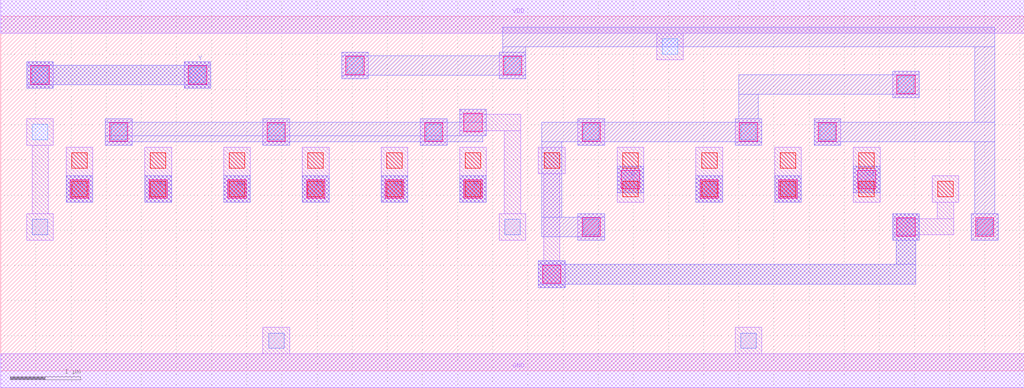
<source format=lef>
MACRO AAAAOI3332
 CLASS CORE ;
 FOREIGN AAAAOI3332 0 0 ;
 SIZE 14.56 BY 5.04 ;
 ORIGIN 0 0 ;
 SYMMETRY X Y R90 ;
 SITE unit ;
  PIN VDD
   DIRECTION INOUT ;
   USE POWER ;
   SHAPE ABUTMENT ;
    PORT
     CLASS CORE ;
       LAYER met1 ;
        RECT 0.00000000 4.80000000 14.56000000 5.28000000 ;
    END
  END VDD

  PIN GND
   DIRECTION INOUT ;
   USE POWER ;
   SHAPE ABUTMENT ;
    PORT
     CLASS CORE ;
       LAYER met1 ;
        RECT 0.00000000 -0.24000000 14.56000000 0.24000000 ;
    END
  END GND

  PIN Y
   DIRECTION INOUT ;
   USE SIGNAL ;
   SHAPE ABUTMENT ;
    PORT
     CLASS CORE ;
       LAYER met2 ;
        RECT 0.37000000 4.01700000 0.75000000 4.06700000 ;
        RECT 2.61000000 4.01700000 2.99000000 4.06700000 ;
        RECT 0.37000000 4.06700000 2.99000000 4.34700000 ;
        RECT 0.37000000 4.34700000 0.75000000 4.39700000 ;
        RECT 2.61000000 4.34700000 2.99000000 4.39700000 ;
    END
  END Y

  PIN C2
   DIRECTION INOUT ;
   USE SIGNAL ;
   SHAPE ABUTMENT ;
    PORT
     CLASS CORE ;
       LAYER met2 ;
        RECT 11.01000000 2.39700000 11.39000000 2.77700000 ;
    END
  END C2

  PIN A1
   DIRECTION INOUT ;
   USE SIGNAL ;
   SHAPE ABUTMENT ;
    PORT
     CLASS CORE ;
       LAYER met2 ;
        RECT 2.05000000 2.39700000 2.43000000 2.77700000 ;
    END
  END A1

  PIN A
   DIRECTION INOUT ;
   USE SIGNAL ;
   SHAPE ABUTMENT ;
    PORT
     CLASS CORE ;
       LAYER met2 ;
        RECT 0.93000000 2.39700000 1.31000000 2.77700000 ;
    END
  END A

  PIN A2
   DIRECTION INOUT ;
   USE SIGNAL ;
   SHAPE ABUTMENT ;
    PORT
     CLASS CORE ;
       LAYER met2 ;
        RECT 3.17000000 2.39700000 3.55000000 2.77700000 ;
    END
  END A2

  PIN B
   DIRECTION INOUT ;
   USE SIGNAL ;
   SHAPE ABUTMENT ;
    PORT
     CLASS CORE ;
       LAYER met2 ;
        RECT 6.53000000 2.39700000 6.91000000 2.77700000 ;
    END
  END B

  PIN C
   DIRECTION INOUT ;
   USE SIGNAL ;
   SHAPE ABUTMENT ;
    PORT
     CLASS CORE ;
       LAYER met2 ;
        RECT 7.65000000 1.18200000 8.03000000 1.23200000 ;
        RECT 7.65000000 1.23200000 13.02000000 1.51200000 ;
        RECT 7.65000000 1.51200000 8.03000000 1.56200000 ;
        RECT 12.74000000 1.51200000 13.02000000 1.85700000 ;
        RECT 12.69000000 1.85700000 13.07000000 2.23700000 ;
    END
  END C

  PIN B2
   DIRECTION INOUT ;
   USE SIGNAL ;
   SHAPE ABUTMENT ;
    PORT
     CLASS CORE ;
       LAYER met2 ;
        RECT 4.29000000 2.39700000 4.67000000 2.77700000 ;
    END
  END B2

  PIN B1
   DIRECTION INOUT ;
   USE SIGNAL ;
   SHAPE ABUTMENT ;
    PORT
     CLASS CORE ;
       LAYER met2 ;
        RECT 5.41000000 2.39700000 5.79000000 2.77700000 ;
    END
  END B1

  PIN D1
   DIRECTION INOUT ;
   USE SIGNAL ;
   SHAPE ABUTMENT ;
    PORT
     CLASS CORE ;
       LAYER met2 ;
        RECT 9.89000000 2.39700000 10.27000000 2.77700000 ;
    END
  END D1

  PIN D
   DIRECTION INOUT ;
   USE SIGNAL ;
   SHAPE ABUTMENT ;
    PORT
     CLASS CORE ;
       LAYER met2 ;
        RECT 8.77000000 2.53200000 9.15000000 2.91200000 ;
    END
  END D

  PIN C1
   DIRECTION INOUT ;
   USE SIGNAL ;
   SHAPE ABUTMENT ;
    PORT
     CLASS CORE ;
       LAYER met2 ;
        RECT 12.13000000 2.53200000 12.51000000 2.91200000 ;
    END
  END C1

 OBS
    LAYER polycont ;
     RECT 1.01000000 2.47700000 1.23000000 2.69700000 ;
     RECT 2.13000000 2.47700000 2.35000000 2.69700000 ;
     RECT 3.25000000 2.47700000 3.47000000 2.69700000 ;
     RECT 4.37000000 2.47700000 4.59000000 2.69700000 ;
     RECT 5.49000000 2.47700000 5.71000000 2.69700000 ;
     RECT 6.61000000 2.47700000 6.83000000 2.69700000 ;
     RECT 8.85000000 2.47700000 9.07000000 2.69700000 ;
     RECT 9.97000000 2.47700000 10.19000000 2.69700000 ;
     RECT 11.09000000 2.47700000 11.31000000 2.69700000 ;
     RECT 12.21000000 2.47700000 12.43000000 2.69700000 ;
     RECT 13.33000000 2.47700000 13.55000000 2.69700000 ;
     RECT 1.01000000 2.88200000 1.23000000 3.10200000 ;
     RECT 2.13000000 2.88200000 2.35000000 3.10200000 ;
     RECT 3.25000000 2.88200000 3.47000000 3.10200000 ;
     RECT 4.37000000 2.88200000 4.59000000 3.10200000 ;
     RECT 5.49000000 2.88200000 5.71000000 3.10200000 ;
     RECT 6.61000000 2.88200000 6.83000000 3.10200000 ;
     RECT 7.73000000 2.88200000 7.95000000 3.10200000 ;
     RECT 8.85000000 2.88200000 9.07000000 3.10200000 ;
     RECT 9.97000000 2.88200000 10.19000000 3.10200000 ;
     RECT 11.09000000 2.88200000 11.31000000 3.10200000 ;
     RECT 12.21000000 2.88200000 12.43000000 3.10200000 ;

    LAYER pdiffc ;
     RECT 0.45000000 3.28700000 0.67000000 3.50700000 ;
     RECT 1.57000000 3.28700000 1.79000000 3.50700000 ;
     RECT 3.81000000 3.28700000 4.03000000 3.50700000 ;
     RECT 6.05000000 3.28700000 6.27000000 3.50700000 ;
     RECT 8.29000000 3.28700000 8.51000000 3.50700000 ;
     RECT 10.53000000 3.28700000 10.75000000 3.50700000 ;
     RECT 11.65000000 3.28700000 11.87000000 3.50700000 ;
     RECT 12.77000000 3.96200000 12.99000000 4.18200000 ;
     RECT 0.45000000 4.09700000 0.67000000 4.31700000 ;
     RECT 2.69000000 4.09700000 2.91000000 4.31700000 ;
     RECT 4.93000000 4.23200000 5.15000000 4.45200000 ;
     RECT 7.17000000 4.23200000 7.39000000 4.45200000 ;
     RECT 9.41000000 4.50200000 9.63000000 4.72200000 ;

    LAYER ndiffc ;
     RECT 3.81000000 0.31700000 4.03000000 0.53700000 ;
     RECT 10.53000000 0.31700000 10.75000000 0.53700000 ;
     RECT 0.45000000 1.93700000 0.67000000 2.15700000 ;
     RECT 7.17000000 1.93700000 7.39000000 2.15700000 ;
     RECT 8.29000000 1.93700000 8.51000000 2.15700000 ;
     RECT 13.89000000 1.93700000 14.11000000 2.15700000 ;

    LAYER met1 ;
     RECT 0.00000000 -0.24000000 14.56000000 0.24000000 ;
     RECT 3.73000000 0.24000000 4.11000000 0.61700000 ;
     RECT 10.45000000 0.24000000 10.83000000 0.61700000 ;
     RECT 8.21000000 1.85700000 8.59000000 2.23700000 ;
     RECT 13.81000000 1.85700000 14.19000000 2.23700000 ;
     RECT 12.69000000 1.85700000 13.07000000 1.93200000 ;
     RECT 12.69000000 1.93200000 13.55500000 2.16200000 ;
     RECT 12.69000000 2.16200000 13.07000000 2.23700000 ;
     RECT 13.32500000 2.16200000 13.55500000 2.39700000 ;
     RECT 13.25000000 2.39700000 13.63000000 2.77700000 ;
     RECT 0.93000000 2.39700000 1.31000000 3.18200000 ;
     RECT 2.05000000 2.39700000 2.43000000 3.18200000 ;
     RECT 3.17000000 2.39700000 3.55000000 3.18200000 ;
     RECT 4.29000000 2.39700000 4.67000000 3.18200000 ;
     RECT 5.41000000 2.39700000 5.79000000 3.18200000 ;
     RECT 6.53000000 2.39700000 6.91000000 3.18200000 ;
     RECT 7.65000000 1.18200000 8.03000000 1.56200000 ;
     RECT 7.72500000 1.56200000 7.95500000 2.80200000 ;
     RECT 7.65000000 2.80200000 8.03000000 3.18200000 ;
     RECT 8.77000000 2.39700000 9.15000000 3.18200000 ;
     RECT 9.89000000 2.39700000 10.27000000 3.18200000 ;
     RECT 11.01000000 2.39700000 11.39000000 3.18200000 ;
     RECT 12.13000000 2.39700000 12.51000000 3.18200000 ;
     RECT 0.37000000 1.85700000 0.75000000 2.23700000 ;
     RECT 0.44500000 2.23700000 0.67500000 3.20700000 ;
     RECT 0.37000000 3.20700000 0.75000000 3.58700000 ;
     RECT 1.49000000 3.20700000 1.87000000 3.58700000 ;
     RECT 3.73000000 3.20700000 4.11000000 3.58700000 ;
     RECT 5.97000000 3.20700000 6.35000000 3.58700000 ;
     RECT 8.21000000 3.20700000 8.59000000 3.58700000 ;
     RECT 10.45000000 3.20700000 10.83000000 3.58700000 ;
     RECT 11.57000000 3.20700000 11.95000000 3.58700000 ;
     RECT 7.09000000 1.85700000 7.47000000 2.23700000 ;
     RECT 6.53000000 3.34200000 6.91000000 3.41700000 ;
     RECT 7.16500000 2.23700000 7.39500000 3.41700000 ;
     RECT 6.53000000 3.41700000 7.39500000 3.64700000 ;
     RECT 6.53000000 3.64700000 6.91000000 3.72200000 ;
     RECT 12.69000000 3.88200000 13.07000000 4.26200000 ;
     RECT 0.37000000 4.01700000 0.75000000 4.39700000 ;
     RECT 2.61000000 4.01700000 2.99000000 4.39700000 ;
     RECT 4.85000000 4.15200000 5.23000000 4.53200000 ;
     RECT 7.09000000 4.15200000 7.47000000 4.53200000 ;
     RECT 9.33000000 4.42200000 9.71000000 4.80000000 ;
     RECT 0.00000000 4.80000000 14.56000000 5.28000000 ;

    LAYER via1 ;
     RECT 7.71000000 1.24200000 7.97000000 1.50200000 ;
     RECT 8.27000000 1.91700000 8.53000000 2.17700000 ;
     RECT 12.75000000 1.91700000 13.01000000 2.17700000 ;
     RECT 13.87000000 1.91700000 14.13000000 2.17700000 ;
     RECT 0.99000000 2.45700000 1.25000000 2.71700000 ;
     RECT 2.11000000 2.45700000 2.37000000 2.71700000 ;
     RECT 3.23000000 2.45700000 3.49000000 2.71700000 ;
     RECT 4.35000000 2.45700000 4.61000000 2.71700000 ;
     RECT 5.47000000 2.45700000 5.73000000 2.71700000 ;
     RECT 6.59000000 2.45700000 6.85000000 2.71700000 ;
     RECT 9.95000000 2.45700000 10.21000000 2.71700000 ;
     RECT 11.07000000 2.45700000 11.33000000 2.71700000 ;
     RECT 8.83000000 2.59200000 9.09000000 2.85200000 ;
     RECT 12.19000000 2.59200000 12.45000000 2.85200000 ;
     RECT 1.55000000 3.26700000 1.81000000 3.52700000 ;
     RECT 3.79000000 3.26700000 4.05000000 3.52700000 ;
     RECT 6.03000000 3.26700000 6.29000000 3.52700000 ;
     RECT 8.27000000 3.26700000 8.53000000 3.52700000 ;
     RECT 10.51000000 3.26700000 10.77000000 3.52700000 ;
     RECT 11.63000000 3.26700000 11.89000000 3.52700000 ;
     RECT 6.59000000 3.40200000 6.85000000 3.66200000 ;
     RECT 12.75000000 3.94200000 13.01000000 4.20200000 ;
     RECT 0.43000000 4.07700000 0.69000000 4.33700000 ;
     RECT 2.67000000 4.07700000 2.93000000 4.33700000 ;
     RECT 4.91000000 4.21200000 5.17000000 4.47200000 ;
     RECT 7.15000000 4.21200000 7.41000000 4.47200000 ;

    LAYER met2 ;
     RECT 7.65000000 1.18200000 8.03000000 1.23200000 ;
     RECT 7.65000000 1.23200000 13.02000000 1.51200000 ;
     RECT 7.65000000 1.51200000 8.03000000 1.56200000 ;
     RECT 12.74000000 1.51200000 13.02000000 1.85700000 ;
     RECT 12.69000000 1.85700000 13.07000000 2.23700000 ;
     RECT 0.93000000 2.39700000 1.31000000 2.77700000 ;
     RECT 2.05000000 2.39700000 2.43000000 2.77700000 ;
     RECT 3.17000000 2.39700000 3.55000000 2.77700000 ;
     RECT 4.29000000 2.39700000 4.67000000 2.77700000 ;
     RECT 5.41000000 2.39700000 5.79000000 2.77700000 ;
     RECT 6.53000000 2.39700000 6.91000000 2.77700000 ;
     RECT 9.89000000 2.39700000 10.27000000 2.77700000 ;
     RECT 11.01000000 2.39700000 11.39000000 2.77700000 ;
     RECT 8.77000000 2.53200000 9.15000000 2.91200000 ;
     RECT 12.13000000 2.53200000 12.51000000 2.91200000 ;
     RECT 1.49000000 3.20700000 1.87000000 3.25700000 ;
     RECT 3.73000000 3.20700000 4.11000000 3.25700000 ;
     RECT 5.97000000 3.20700000 6.35000000 3.25700000 ;
     RECT 1.49000000 3.25700000 6.86000000 3.34200000 ;
     RECT 1.49000000 3.34200000 6.91000000 3.53700000 ;
     RECT 1.49000000 3.53700000 1.87000000 3.58700000 ;
     RECT 3.73000000 3.53700000 4.11000000 3.58700000 ;
     RECT 5.97000000 3.53700000 6.35000000 3.58700000 ;
     RECT 6.53000000 3.53700000 6.91000000 3.72200000 ;
     RECT 8.21000000 1.85700000 8.59000000 1.90700000 ;
     RECT 7.70000000 1.90700000 8.59000000 2.18700000 ;
     RECT 8.21000000 2.18700000 8.59000000 2.23700000 ;
     RECT 7.70000000 2.18700000 7.98000000 3.25700000 ;
     RECT 8.21000000 3.20700000 8.59000000 3.25700000 ;
     RECT 10.45000000 3.20700000 10.83000000 3.25700000 ;
     RECT 7.70000000 3.25700000 10.83000000 3.53700000 ;
     RECT 8.21000000 3.53700000 8.59000000 3.58700000 ;
     RECT 10.45000000 3.53700000 10.83000000 3.58700000 ;
     RECT 10.50000000 3.58700000 10.78000000 3.93200000 ;
     RECT 12.69000000 3.88200000 13.07000000 3.93200000 ;
     RECT 10.50000000 3.93200000 13.07000000 4.21200000 ;
     RECT 12.69000000 4.21200000 13.07000000 4.26200000 ;
     RECT 0.37000000 4.01700000 0.75000000 4.06700000 ;
     RECT 2.61000000 4.01700000 2.99000000 4.06700000 ;
     RECT 0.37000000 4.06700000 2.99000000 4.34700000 ;
     RECT 0.37000000 4.34700000 0.75000000 4.39700000 ;
     RECT 2.61000000 4.34700000 2.99000000 4.39700000 ;
     RECT 13.81000000 1.85700000 14.19000000 2.23700000 ;
     RECT 11.57000000 3.20700000 11.95000000 3.25700000 ;
     RECT 13.86000000 2.23700000 14.14000000 3.25700000 ;
     RECT 11.57000000 3.25700000 14.14000000 3.53700000 ;
     RECT 11.57000000 3.53700000 11.95000000 3.58700000 ;
     RECT 4.85000000 4.15200000 5.23000000 4.20200000 ;
     RECT 7.09000000 4.15200000 7.47000000 4.20200000 ;
     RECT 4.85000000 4.20200000 7.47000000 4.48200000 ;
     RECT 4.85000000 4.48200000 5.23000000 4.53200000 ;
     RECT 7.09000000 4.48200000 7.47000000 4.53200000 ;
     RECT 7.14000000 4.53200000 7.47000000 4.60700000 ;
     RECT 13.86000000 3.53700000 14.14000000 4.60700000 ;
     RECT 7.14000000 4.60700000 14.14000000 4.88700000 ;

 END
END AAAAOI3332

</source>
